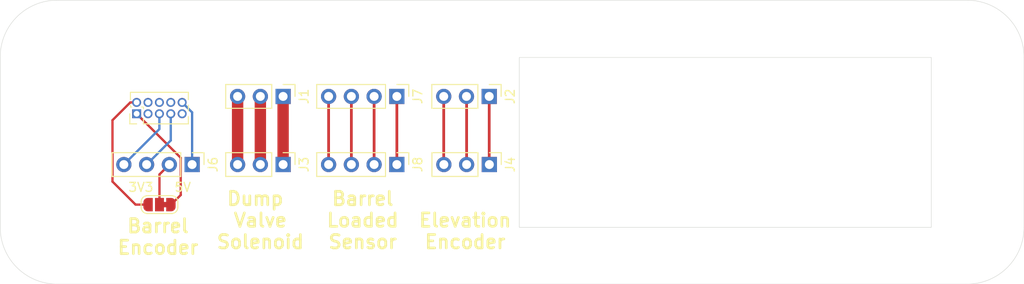
<source format=kicad_pcb>
(kicad_pcb (version 20240108) (generator "pcbnew") (generator_version "8.0")
  (layers (0 "F.Cu" signal) (31 "B.Cu" signal) (34 "B.Paste" user) (35 "F.Paste" user) (36 "B.SilkS" user "B.Silkscreen") (37 "F.SilkS" user "F.Silkscreen") (38 "B.Mask" user) (39 "F.Mask" user) (44 "Edge.Cuts" user))
  (net 0 "")
  (net 1 "Net-(J1-Pin_3)")
  (net 2 "Net-(J1-Pin_1)")
  (net 3 "Net-(J1-Pin_2)")
  (net 4 "Net-(J2-Pin_2)")
  (net 5 "Net-(J2-Pin_1)")
  (net 6 "Net-(J2-Pin_3)")
  (net 7 "Net-(J6-Pin_3)")
  (net 8 "Net-(J6-Pin_2)")
  (net 9 "Net-(J6-Pin_4)")
  (net 10 "Net-(J6-Pin_1)")
  (net 11 "Net-(J7-Pin_1)")
  (net 12 "Net-(J7-Pin_2)")
  (net 13 "Net-(J7-Pin_3)")
  (net 14 "Net-(J7-Pin_4)")
  (net 15 "Net-(JP1-A)")
  (net 16 "Net-(JP1-B)")
  (footprint "Connector_PinHeader_1.27mm:PinHeader_2x05_P1.27mm_Vertical" (layer "F.Cu") (at 106.8368 78.1416 90)
    (property "Reference" "QUAD1_CTRE1" (hide yes))
    (property "Value" "3220-10-0100-00" (hide yes))
    (fp_line (start -1.13 -0.76) (end 0 -0.76) (stroke (width 0.12)) (layer "F.SilkS"))
    (fp_line (start 2.4 -0.695) (end 2.4 5.775) (stroke (width 0.12)) (layer "F.SilkS"))
    (fp_line (start 1.57753 -0.695) (end 2.4 -0.695) (stroke (width 0.12)) (layer "F.SilkS"))
    (fp_line (start 0.76 -0.695) (end 0.96247 -0.695) (stroke (width 0.12)) (layer "F.SilkS"))
    (fp_line (start 0.76 -0.563471) (end 0.76 -0.695) (stroke (width 0.12)) (layer "F.SilkS"))
    (fp_line (start -1.13 0) (end -1.13 -0.76) (stroke (width 0.12)) (layer "F.SilkS"))
    (fp_line (start 0.76 0.706529) (end 0.76 0.563471) (stroke (width 0.12)) (layer "F.SilkS"))
    (fp_line (start 0.563471 0.76) (end 0.706529 0.76) (stroke (width 0.12)) (layer "F.SilkS"))
    (fp_line (start -1.13 0.76) (end -0.563471 0.76) (stroke (width 0.12)) (layer "F.SilkS"))
    (fp_line (start -1.13 0.76) (end -1.13 5.775) (stroke (width 0.12)) (layer "F.SilkS"))
    (fp_line (start 1.57753 5.775) (end 2.4 5.775) (stroke (width 0.12)) (layer "F.SilkS"))
    (fp_line (start 0.30753 5.775) (end 0.96247 5.775) (stroke (width 0.12)) (layer "F.SilkS"))
    (fp_line (start -1.13 5.775) (end -0.30753 5.775) (stroke (width 0.12)) (layer "F.SilkS"))
    (pad "1" thru_hole rect (at 0 0 90) (size 1 1) (drill 0.65) (layers "*.Cu" "*.Mask") (net 15 "Net-(JP1-A)"))
    (pad "2" thru_hole oval (at 1.27 0 90) (size 1 1) (drill 0.65) (layers "*.Cu" "*.Mask") (net 16 "Net-(JP1-B)"))
    (pad "3" thru_hole oval (at 0 1.27 90) (size 1 1) (drill 0.65) (layers "*.Cu" "*.Mask"))
    (pad "4" thru_hole oval (at 1.27 1.27 90) (size 1 1) (drill 0.65) (layers "*.Cu" "*.Mask"))
    (pad "5" thru_hole oval (at 0 2.54 90) (size 1 1) (drill 0.65) (layers "*.Cu" "*.Mask") (net 9 "Net-(J6-Pin_4)"))
    (pad "6" thru_hole oval (at 1.27 2.54 90) (size 1 1) (drill 0.65) (layers "*.Cu" "*.Mask"))
    (pad "7" thru_hole oval (at 0 3.81 90) (size 1 1) (drill 0.65) (layers "*.Cu" "*.Mask") (net 7 "Net-(J6-Pin_3)"))
    (pad "8" thru_hole oval (at 1.27 3.81 90) (size 1 1) (drill 0.65) (layers "*.Cu" "*.Mask"))
    (pad "9" thru_hole oval (at 0 5.08 90) (size 1 1) (drill 0.65) (layers "*.Cu" "*.Mask"))
    (pad "10" thru_hole oval (at 1.27 5.08 90) (size 1 1) (drill 0.65) (layers "*.Cu" "*.Mask") (net 10 "Net-(J6-Pin_1)"))
  )
  (footprint "Connector_PinHeader_2.54mm:PinHeader_1x04_P2.54mm_Vertical" (layer "F.Cu") (at 135.89 83.82 -90)
    (property "Reference" "J8" (at 0 -2.33 90) (layer "F.SilkS"))
    (property "Value" "Conn_01x04_Pin" (hide yes))
    (fp_line (start -1.33 8.95) (end 1.33 8.95) (stroke (width 0.12)) (layer "F.SilkS"))
    (fp_line (start -1.33 1.27) (end -1.33 8.95) (stroke (width 0.12)) (layer "F.SilkS"))
    (fp_line (start -1.33 1.27) (end 1.33 1.27) (stroke (width 0.12)) (layer "F.SilkS"))
    (fp_line (start 1.33 1.27) (end 1.33 8.95) (stroke (width 0.12)) (layer "F.SilkS"))
    (fp_line (start -1.33 0) (end -1.33 -1.33) (stroke (width 0.12)) (layer "F.SilkS"))
    (fp_line (start -1.33 -1.33) (end 0 -1.33) (stroke (width 0.12)) (layer "F.SilkS"))
    (pad "1" thru_hole rect (at 0 0 270) (size 1.7 1.7) (drill 1) (layers "*.Cu" "*.Mask") (net 11 "Net-(J7-Pin_1)"))
    (pad "2" thru_hole oval (at 0 2.54 270) (size 1.7 1.7) (drill 1) (layers "*.Cu" "*.Mask") (net 12 "Net-(J7-Pin_2)"))
    (pad "3" thru_hole oval (at 0 5.08 270) (size 1.7 1.7) (drill 1) (layers "*.Cu" "*.Mask") (net 13 "Net-(J7-Pin_3)"))
    (pad "4" thru_hole oval (at 0 7.62 270) (size 1.7 1.7) (drill 1) (layers "*.Cu" "*.Mask") (net 14 "Net-(J7-Pin_4)"))
  )
  (footprint "Connector_PinHeader_2.54mm:PinHeader_1x03_P2.54mm_Vertical" (layer "F.Cu") (at 146.2168 83.82 -90)
    (property "Reference" "J4" (at 0 -2.33 90) (layer "F.SilkS"))
    (property "Value" "Conn_01x03_Pin" (hide yes))
    (fp_line (start -1.33 6.41) (end 1.33 6.41) (stroke (width 0.12)) (layer "F.SilkS"))
    (fp_line (start -1.33 1.27) (end -1.33 6.41) (stroke (width 0.12)) (layer "F.SilkS"))
    (fp_line (start -1.33 1.27) (end 1.33 1.27) (stroke (width 0.12)) (layer "F.SilkS"))
    (fp_line (start 1.33 1.27) (end 1.33 6.41) (stroke (width 0.12)) (layer "F.SilkS"))
    (fp_line (start -1.33 0) (end -1.33 -1.33) (stroke (width 0.12)) (layer "F.SilkS"))
    (fp_line (start -1.33 -1.33) (end 0 -1.33) (stroke (width 0.12)) (layer "F.SilkS"))
    (pad "1" thru_hole rect (at 0 0 270) (size 1.7 1.7) (drill 1) (layers "*.Cu" "*.Mask") (net 5 "Net-(J2-Pin_1)"))
    (pad "2" thru_hole oval (at 0 2.54 270) (size 1.7 1.7) (drill 1) (layers "*.Cu" "*.Mask") (net 4 "Net-(J2-Pin_2)"))
    (pad "3" thru_hole oval (at 0 5.08 270) (size 1.7 1.7) (drill 1) (layers "*.Cu" "*.Mask") (net 6 "Net-(J2-Pin_3)"))
  )
  (footprint "Connector_PinHeader_2.54mm:PinHeader_1x04_P2.54mm_Vertical" (layer "F.Cu") (at 113.03 83.82 -90)
    (property "Reference" "J6" (at 0 -2.33 90) (layer "F.SilkS"))
    (property "Value" "Conn_01x04_Pin" (hide yes))
    (fp_line (start -1.33 8.95) (end 1.33 8.95) (stroke (width 0.12)) (layer "F.SilkS"))
    (fp_line (start -1.33 1.27) (end -1.33 8.95) (stroke (width 0.12)) (layer "F.SilkS"))
    (fp_line (start -1.33 1.27) (end 1.33 1.27) (stroke (width 0.12)) (layer "F.SilkS"))
    (fp_line (start 1.33 1.27) (end 1.33 8.95) (stroke (width 0.12)) (layer "F.SilkS"))
    (fp_line (start -1.33 0) (end -1.33 -1.33) (stroke (width 0.12)) (layer "F.SilkS"))
    (fp_line (start -1.33 -1.33) (end 0 -1.33) (stroke (width 0.12)) (layer "F.SilkS"))
    (pad "1" thru_hole rect (at 0 0 270) (size 1.7 1.7) (drill 1) (layers "*.Cu" "*.Mask") (net 10 "Net-(J6-Pin_1)"))
    (pad "2" thru_hole oval (at 0 2.54 270) (size 1.7 1.7) (drill 1) (layers "*.Cu" "*.Mask") (net 8 "Net-(J6-Pin_2)"))
    (pad "3" thru_hole oval (at 0 5.08 270) (size 1.7 1.7) (drill 1) (layers "*.Cu" "*.Mask") (net 7 "Net-(J6-Pin_3)"))
    (pad "4" thru_hole oval (at 0 7.62 270) (size 1.7 1.7) (drill 1) (layers "*.Cu" "*.Mask") (net 9 "Net-(J6-Pin_4)"))
  )
  (footprint "Connector_PinHeader_2.54mm:PinHeader_1x03_P2.54mm_Vertical" (layer "F.Cu") (at 123.19 76.2 -90)
    (property "Reference" "J1" (at 0 -2.33 90) (layer "F.SilkS"))
    (property "Value" "Conn_01x03_Pin" (hide yes))
    (fp_line (start -1.33 6.41) (end 1.33 6.41) (stroke (width 0.12)) (layer "F.SilkS"))
    (fp_line (start -1.33 1.27) (end -1.33 6.41) (stroke (width 0.12)) (layer "F.SilkS"))
    (fp_line (start -1.33 1.27) (end 1.33 1.27) (stroke (width 0.12)) (layer "F.SilkS"))
    (fp_line (start 1.33 1.27) (end 1.33 6.41) (stroke (width 0.12)) (layer "F.SilkS"))
    (fp_line (start -1.33 0) (end -1.33 -1.33) (stroke (width 0.12)) (layer "F.SilkS"))
    (fp_line (start -1.33 -1.33) (end 0 -1.33) (stroke (width 0.12)) (layer "F.SilkS"))
    (pad "1" thru_hole rect (at 0 0 270) (size 1.7 1.7) (drill 1) (layers "*.Cu" "*.Mask") (net 2 "Net-(J1-Pin_1)"))
    (pad "2" thru_hole oval (at 0 2.54 270) (size 1.7 1.7) (drill 1) (layers "*.Cu" "*.Mask") (net 3 "Net-(J1-Pin_2)"))
    (pad "3" thru_hole oval (at 0 5.08 270) (size 1.7 1.7) (drill 1) (layers "*.Cu" "*.Mask") (net 1 "Net-(J1-Pin_3)"))
  )
  (footprint "Connector_PinHeader_2.54mm:PinHeader_1x03_P2.54mm_Vertical" (layer "F.Cu") (at 123.19 83.82 -90)
    (property "Reference" "J3" (at 0 -2.33 90) (layer "F.SilkS"))
    (property "Value" "Conn_01x03_Pin" (hide yes))
    (fp_line (start -1.33 6.41) (end 1.33 6.41) (stroke (width 0.12)) (layer "F.SilkS"))
    (fp_line (start -1.33 1.27) (end -1.33 6.41) (stroke (width 0.12)) (layer "F.SilkS"))
    (fp_line (start -1.33 1.27) (end 1.33 1.27) (stroke (width 0.12)) (layer "F.SilkS"))
    (fp_line (start 1.33 1.27) (end 1.33 6.41) (stroke (width 0.12)) (layer "F.SilkS"))
    (fp_line (start -1.33 0) (end -1.33 -1.33) (stroke (width 0.12)) (layer "F.SilkS"))
    (fp_line (start -1.33 -1.33) (end 0 -1.33) (stroke (width 0.12)) (layer "F.SilkS"))
    (pad "1" thru_hole rect (at 0 0 270) (size 1.7 1.7) (drill 1) (layers "*.Cu" "*.Mask") (net 2 "Net-(J1-Pin_1)"))
    (pad "2" thru_hole oval (at 0 2.54 270) (size 1.7 1.7) (drill 1) (layers "*.Cu" "*.Mask") (net 3 "Net-(J1-Pin_2)"))
    (pad "3" thru_hole oval (at 0 5.08 270) (size 1.7 1.7) (drill 1) (layers "*.Cu" "*.Mask") (net 1 "Net-(J1-Pin_3)"))
  )
  (footprint "Jumper:SolderJumper-3_P1.3mm_Bridged12_RoundedPad1.0x1.5mm_NumberLabels" (layer "F.Cu") (at 109.3868 88.3016 180)
    (property "Reference" "JP1" (hide yes))
    (property "Value" "SolderJumper_3_Open" (hide yes))
    (fp_poly (pts (xy -0.9 -0.3) (xy -0.4 -0.3) (xy -0.4 0.3) (xy -0.9 0.3)) (fill solid) (layer "F.Cu"))
    (fp_line (start 2.05 -0.3) (end 2.05 0.3) (stroke (width 0.12)) (layer "F.SilkS"))
    (fp_line (start 1.4 1) (end -1.4 1) (stroke (width 0.12)) (layer "F.SilkS"))
    (fp_line (start -1.4 -1) (end 1.4 -1) (stroke (width 0.12)) (layer "F.SilkS"))
    (fp_line (start -2.05 0.3) (end -2.05 -0.3) (stroke (width 0.12)) (layer "F.SilkS"))
    (fp_arc (start 2.05 0.3) (mid 1.844975 0.794975) (end 1.35 1) (stroke (width 0.12)) (layer "F.SilkS"))
    (fp_arc (start 1.35 -1) (mid 1.844975 -0.794975) (end 2.05 -0.3) (stroke (width 0.12)) (layer "F.SilkS"))
    (fp_arc (start -1.35 1) (mid -1.844975 0.794975) (end -2.05 0.3) (stroke (width 0.12)) (layer "F.SilkS"))
    (fp_arc (start -2.05 -0.3) (mid -1.844975 -0.794975) (end -1.35 -1) (stroke (width 0.12)) (layer "F.SilkS"))
    (fp_text user "5V" (at -2.6 1.9416 0) (layer "F.SilkS"))
    (fp_text user "3V3" (at 2.0718 1.9416 0) (layer "F.SilkS"))
    (pad "1" smd custom (at -1.3 0 180) (size 1 0.5) (layers "F.Cu" "F.Mask") (net 15 "Net-(JP1-A)") (options (clearance outline) (anchor rect)) (primitives (gr_poly (pts (xy 0.55 0.75) (xy 0 0.75) (xy 0 -0.75) (xy 0.55 -0.75)) (width 0) (fill yes)) (gr_circle (center 0 0.25) (end 0.5 0.25) (width 0) (fill yes)) (gr_circle (center 0 -0.25) (end 0.5 -0.25) (width 0) (fill yes))))
    (pad "2" smd rect (at 0 0 180) (size 1 1.5) (layers "F.Cu" "F.Mask") (net 8 "Net-(J6-Pin_2)"))
    (pad "3" smd custom (at 1.3 0 180) (size 1 0.5) (layers "F.Cu" "F.Mask") (net 16 "Net-(JP1-B)") (options (clearance outline) (anchor rect)) (primitives (gr_circle (center 0 0.25) (end 0.5 0.25) (width 0) (fill yes)) (gr_circle (center 0 -0.25) (end 0.5 -0.25) (width 0) (fill yes)) (gr_poly (pts (xy 0 0.75) (xy -0.55 0.75) (xy -0.55 -0.75) (xy 0 -0.75)) (width 0) (fill yes))))
  )
  (footprint "Connector_PinHeader_2.54mm:PinHeader_1x03_P2.54mm_Vertical" (layer "F.Cu") (at 146.2018 76.2 -90)
    (property "Reference" "J2" (at 0 -2.33 90) (layer "F.SilkS"))
    (property "Value" "Conn_01x03_Pin" (hide yes))
    (fp_line (start -1.33 6.41) (end 1.33 6.41) (stroke (width 0.12)) (layer "F.SilkS"))
    (fp_line (start -1.33 1.27) (end -1.33 6.41) (stroke (width 0.12)) (layer "F.SilkS"))
    (fp_line (start -1.33 1.27) (end 1.33 1.27) (stroke (width 0.12)) (layer "F.SilkS"))
    (fp_line (start 1.33 1.27) (end 1.33 6.41) (stroke (width 0.12)) (layer "F.SilkS"))
    (fp_line (start -1.33 0) (end -1.33 -1.33) (stroke (width 0.12)) (layer "F.SilkS"))
    (fp_line (start -1.33 -1.33) (end 0 -1.33) (stroke (width 0.12)) (layer "F.SilkS"))
    (pad "1" thru_hole rect (at 0 0 270) (size 1.7 1.7) (drill 1) (layers "*.Cu" "*.Mask") (net 5 "Net-(J2-Pin_1)"))
    (pad "2" thru_hole oval (at 0 2.54 270) (size 1.7 1.7) (drill 1) (layers "*.Cu" "*.Mask") (net 4 "Net-(J2-Pin_2)"))
    (pad "3" thru_hole oval (at 0 5.08 270) (size 1.7 1.7) (drill 1) (layers "*.Cu" "*.Mask") (net 6 "Net-(J2-Pin_3)"))
  )
  (footprint "MountingHole:MountingHole_3.2mm_M3" (layer "F.Cu") (at 199.5568 71.7916)
    (property "Reference" "H2" (hide yes))
    (property "Value" "MountingHole")
    (pad "" np_thru_hole circle (at 0 0) (size 3.2 3.2) (drill 3.2) (layers "*.Cu" "*.Mask"))
  )
  (footprint "MountingHole:MountingHole_3.2mm_M3" (layer "F.Cu") (at 199.5568 90.8416)
    (property "Reference" "H3" (hide yes))
    (property "Value" "MountingHole")
    (pad "" np_thru_hole circle (at 0 0) (size 3.2 3.2) (drill 3.2) (layers "*.Cu" "*.Mask"))
  )
  (footprint "Connector_PinHeader_2.54mm:PinHeader_1x04_P2.54mm_Vertical" (layer "F.Cu") (at 135.89 76.2 -90)
    (property "Reference" "J7" (at 0 -2.33 90) (layer "F.SilkS"))
    (property "Value" "Conn_01x04_Pin" (hide yes))
    (fp_line (start -1.33 8.95) (end 1.33 8.95) (stroke (width 0.12)) (layer "F.SilkS"))
    (fp_line (start -1.33 1.27) (end -1.33 8.95) (stroke (width 0.12)) (layer "F.SilkS"))
    (fp_line (start -1.33 1.27) (end 1.33 1.27) (stroke (width 0.12)) (layer "F.SilkS"))
    (fp_line (start 1.33 1.27) (end 1.33 8.95) (stroke (width 0.12)) (layer "F.SilkS"))
    (fp_line (start -1.33 0) (end -1.33 -1.33) (stroke (width 0.12)) (layer "F.SilkS"))
    (fp_line (start -1.33 -1.33) (end 0 -1.33) (stroke (width 0.12)) (layer "F.SilkS"))
    (pad "1" thru_hole rect (at 0 0 270) (size 1.7 1.7) (drill 1) (layers "*.Cu" "*.Mask") (net 11 "Net-(J7-Pin_1)"))
    (pad "2" thru_hole oval (at 0 2.54 270) (size 1.7 1.7) (drill 1) (layers "*.Cu" "*.Mask") (net 12 "Net-(J7-Pin_2)"))
    (pad "3" thru_hole oval (at 0 5.08 270) (size 1.7 1.7) (drill 1) (layers "*.Cu" "*.Mask") (net 13 "Net-(J7-Pin_3)"))
    (pad "4" thru_hole oval (at 0 7.62 270) (size 1.7 1.7) (drill 1) (layers "*.Cu" "*.Mask") (net 14 "Net-(J7-Pin_4)"))
  )
  (footprint "MountingHole:MountingHole_3.2mm_M3" (layer "F.Cu") (at 97.9568 90.8416)
    (property "Reference" "H4" (hide yes))
    (property "Value" "MountingHole")
    (pad "" np_thru_hole circle (at 0 0) (size 3.2 3.2) (drill 3.2) (layers "*.Cu" "*.Mask"))
  )
  (footprint "MountingHole:MountingHole_3.2mm_M3" (layer "F.Cu") (at 97.9568 71.7916)
    (property "Reference" "H1" (hide yes))
    (property "Value" "MountingHole" (hide yes))
    (pad "" np_thru_hole circle (at 0 0) (size 3.2 3.2) (drill 3.2) (layers "*.Cu" "*.Mask"))
  )
  (gr_rect (start 149.5568 71.8416) (end 195.5568 90.8416) (stroke (width 0.05)) (fill none) (layer "Edge.Cuts"))
  (gr_line (start 205.9068 90.8416) (end 205.9068 71.7916) (stroke (width 0.05)) (layer "Edge.Cuts"))
  (gr_line (start 97.9568 97.1916) (end 199.5568 97.1916) (stroke (width 0.05)) (layer "Edge.Cuts"))
  (gr_line (start 199.5568 65.4416) (end 97.9568 65.4416) (stroke (width 0.05)) (layer "Edge.Cuts"))
  (gr_line (start 91.6068 90.8416) (end 91.6068 71.7916) (stroke (width 0.05)) (layer "Edge.Cuts"))
  (gr_arc (start 97.9568 97.1916) (mid 93.466672 95.331728) (end 91.6068 90.8416) (stroke (width 0.05)) (layer "Edge.Cuts"))
  (gr_arc (start 199.5568 65.4416) (mid 204.046928 67.301472) (end 205.9068 71.7916) (stroke (width 0.05)) (layer "Edge.Cuts"))
  (gr_arc (start 205.9068 90.8416) (mid 204.046928 95.331728) (end 199.5568 97.1916) (stroke (width 0.05)) (layer "Edge.Cuts"))
  (gr_arc (start 91.6068 71.7916) (mid 93.466672 67.301472) (end 97.9568 65.4416) (stroke (width 0.05)) (layer "Edge.Cuts"))
  (gr_text "Elevation\nEncoder" (at 143.51 93.345 0) (layer "F.SilkS") (effects (font (size 1.5 1.5) (thickness 0.3) (bold yes)) (justify bottom)))
  (gr_text "Barrel\nLoaded\nSensor" (at 132.08 93.345 0) (layer "F.SilkS") (effects (font (size 1.5 1.5) (thickness 0.3) (bold yes)) (justify bottom)))
  (gr_text "Dump \nValve\nSolenoid" (at 120.65 93.345 0) (layer "F.SilkS") (effects (font (size 1.5 1.5) (thickness 0.3) (bold yes)) (justify bottom)))
  (gr_text "Barrel\nEncoder\n" (at 109.22 93.98 0) (layer "F.SilkS") (effects (font (size 1.5 1.5) (thickness 0.3) (bold yes)) (justify bottom)))
  (segment (start 118.11 83.82) (end 118.11 76.2) (width 1.27) (layer "F.Cu") (net 1))
  (segment (start 123.19 83.82) (end 123.19 76.2) (width 1.27) (layer "F.Cu") (net 2))
  (segment (start 120.65 76.2) (end 120.65 83.82) (width 1.27) (layer "F.Cu") (net 3))
  (segment (start 143.6768 83.82) (end 143.6768 76.215) (width 0.3048) (layer "F.Cu") (net 4))
  (segment (start 143.6768 76.215) (end 143.6618 76.2) (width 0.3048) (layer "F.Cu") (net 4))
  (segment (start 146.2018 76.2) (end 146.2018 83.805) (width 0.3048) (layer "F.Cu") (net 5))
  (segment (start 146.2018 83.805) (end 146.2168 83.82) (width 0.3048) (layer "F.Cu") (net 5))
  (segment (start 141.1218 76.2) (end 141.1218 83.805) (width 0.3048) (layer "F.Cu") (net 6))
  (segment (start 141.1218 83.805) (end 141.1368 83.82) (width 0.3048) (layer "F.Cu") (net 6))
  (segment (start 110.6468 81.1232) (end 107.95 83.82) (width 0.254) (layer "B.Cu") (net 7))
  (segment (start 110.6468 78.1416) (end 110.6468 81.1232) (width 0.254) (layer "B.Cu") (net 7))
  (segment (start 109.3868 88.3016) (end 109.3868 84.9232) (width 0.254) (layer "F.Cu") (net 8))
  (segment (start 109.3868 84.9232) (end 110.49 83.82) (width 0.254) (layer "F.Cu") (net 8))
  (segment (start 109.3768 78.1416) (end 109.3768 79.8532) (width 0.254) (layer "B.Cu") (net 9))
  (segment (start 109.3768 79.8532) (end 105.41 83.82) (width 0.254) (layer "B.Cu") (net 9))
  (segment (start 113.03 77.9848) (end 113.03 83.82) (width 0.254) (layer "B.Cu") (net 10))
  (segment (start 111.9168 76.8716) (end 113.03 77.9848) (width 0.254) (layer "B.Cu") (net 10))
  (segment (start 135.89 76.2) (end 135.89 83.82) (width 0.3048) (layer "F.Cu") (net 11))
  (segment (start 133.35 83.82) (end 133.35 76.2) (width 0.3048) (layer "F.Cu") (net 12))
  (segment (start 130.81 76.2) (end 130.81 83.82) (width 0.3048) (layer "F.Cu") (net 13))
  (segment (start 128.27 83.82) (end 128.27 76.2) (width 0.3048) (layer "F.Cu") (net 14))
  (segment (start 111.76 83.0648) (end 111.76 87.2284) (width 0.254) (layer "F.Cu") (net 15))
  (segment (start 111.76 87.2284) (end 110.6868 88.3016) (width 0.254) (layer "F.Cu") (net 15))
  (segment (start 106.8368 78.1416) (end 111.76 83.0648) (width 0.254) (layer "F.Cu") (net 15))
  (segment (start 106.8368 76.8716) (end 106.129694 76.8716) (width 0.254) (layer "F.Cu") (net 16))
  (segment (start 104.14 78.861294) (end 104.14 85.725) (width 0.254) (layer "F.Cu") (net 16))
  (segment (start 106.129694 76.8716) (end 104.14 78.861294) (width 0.254) (layer "F.Cu") (net 16))
  (segment (start 104.14 85.725) (end 106.7166 88.3016) (width 0.254) (layer "F.Cu") (net 16))
  (segment (start 106.7166 88.3016) (end 108.0868 88.3016) (width 0.254) (layer "F.Cu") (net 16))
)
</source>
